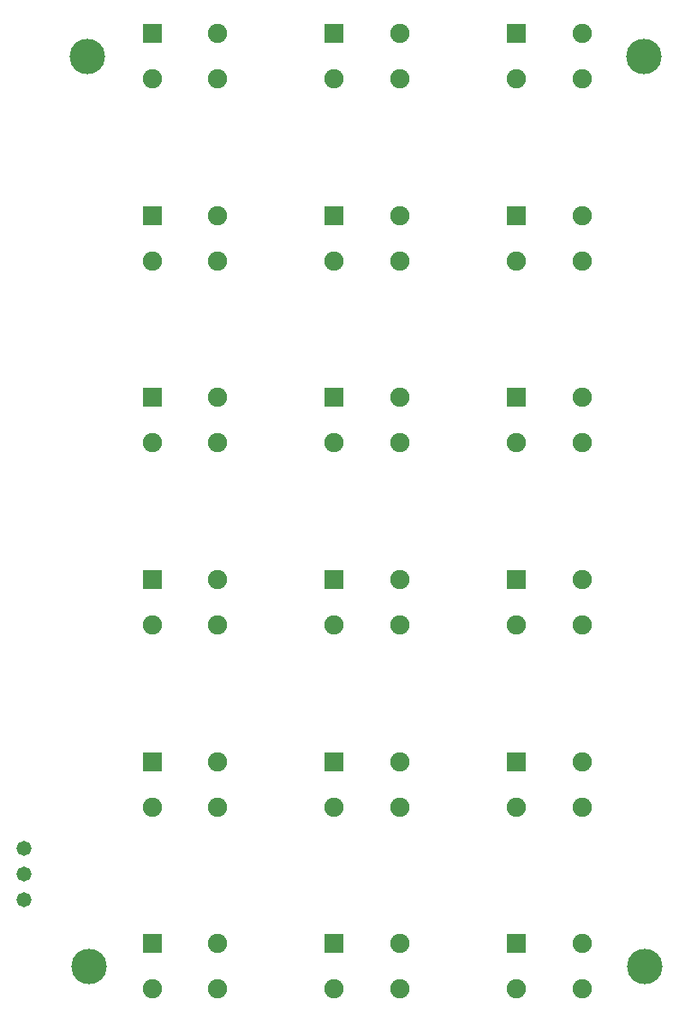
<source format=gbr>
G04 DipTrace 3.3.1.1*
G04 BottomMask.gbr*
%MOIN*%
G04 #@! TF.FileFunction,Soldermask,Bot*
G04 #@! TF.Part,Single*
%ADD22C,0.137795*%
%ADD28C,0.074929*%
%ADD30R,0.074929X0.074929*%
%ADD32C,0.058*%
%FSLAX26Y26*%
G04*
G70*
G90*
G75*
G01*
G04 BotMask*
%LPD*%
D22*
X748331Y571814D3*
X743487Y4114526D3*
X2913685Y570950D3*
X2907113Y4114068D3*
D32*
X494000Y1031008D3*
Y831008D3*
Y931008D3*
D30*
X994394Y4203055D3*
D28*
Y4025890D3*
X1250299D3*
Y4203055D3*
D30*
X1703055D3*
D28*
Y4025890D3*
X1958961D3*
Y4203055D3*
D30*
X2411717D3*
D28*
Y4025890D3*
X2667622D3*
Y4203055D3*
D30*
X994394Y3494394D3*
D28*
Y3317228D3*
X1250299D3*
Y3494394D3*
D30*
X1703055D3*
D28*
Y3317228D3*
X1958961D3*
Y3494394D3*
D30*
X2411717D3*
D28*
Y3317228D3*
X2667622D3*
Y3494394D3*
D30*
X994394Y2785732D3*
D28*
Y2608567D3*
X1250299D3*
Y2785732D3*
D30*
X1703055D3*
D28*
Y2608567D3*
X1958961D3*
Y2785732D3*
D30*
X2411717D3*
D28*
Y2608567D3*
X2667622D3*
Y2785732D3*
D30*
X994394Y2077071D3*
D28*
Y1899906D3*
X1250299D3*
Y2077071D3*
D30*
X1703055D3*
D28*
Y1899906D3*
X1958961D3*
Y2077071D3*
D30*
X2411717D3*
D28*
Y1899906D3*
X2667622D3*
Y2077071D3*
D30*
X1703055Y1368409D3*
D28*
Y1191244D3*
X1958961D3*
Y1368409D3*
D30*
X2411717D3*
D28*
Y1191244D3*
X2667622D3*
Y1368409D3*
D30*
X994394Y659748D3*
D28*
Y482583D3*
X1250299D3*
Y659748D3*
D30*
X1703055D3*
D28*
Y482583D3*
X1958961D3*
Y659748D3*
D30*
X2411717D3*
D28*
Y482583D3*
X2667622D3*
Y659748D3*
D30*
X994394Y1368409D3*
D28*
Y1191244D3*
X1250299D3*
Y1368409D3*
M02*

</source>
